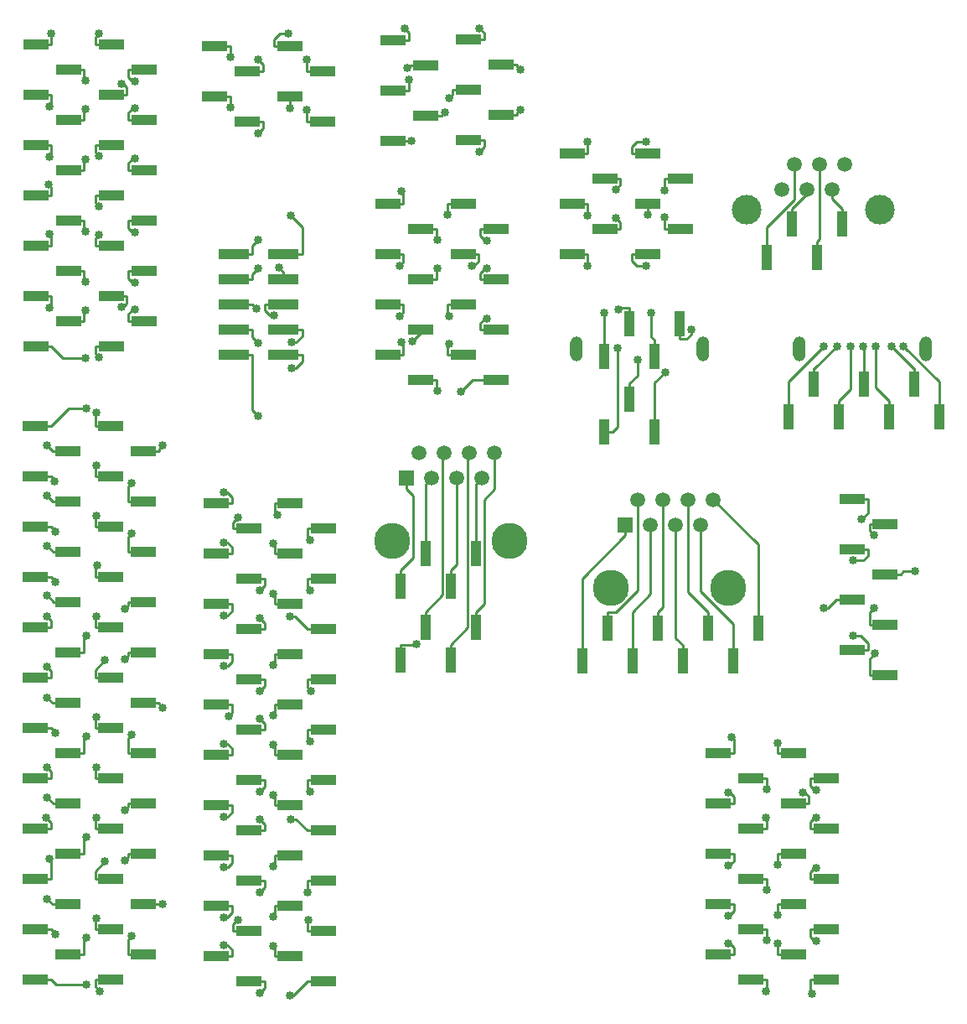
<source format=gbl>
%MOIN*%
%OFA0B0*%
%FSLAX46Y46*%
%IPPOS*%
%LPD*%
%ADD10C,0.0039370078740157488*%
%ADD21C,0.0039370078740157488*%
%ADD22R,0.098818897637795278X0.03937007874015748*%
%ADD23C,0.033464566929133861*%
%ADD24C,0.00984251968503937*%
%ADD25C,0.0039370078740157488*%
%ADD26R,0.12401574803149606X0.03937007874015748*%
%ADD27C,0.033464566929133861*%
%ADD28C,0.00984251968503937*%
%ADD29C,0.0039370078740157488*%
%ADD30R,0.098818897637795278X0.03937007874015748*%
%ADD31C,0.033464566929133861*%
%ADD32C,0.00984251968503937*%
%ADD33C,0.0039370078740157488*%
%ADD34R,0.098818897637795278X0.03937007874015748*%
%ADD35C,0.033464566929133861*%
%ADD36C,0.00984251968503937*%
%ADD37C,0.0039370078740157488*%
%ADD38R,0.098818897637795278X0.03937007874015748*%
%ADD39C,0.033464566929133861*%
%ADD40C,0.00984251968503937*%
%ADD41C,0.0039370078740157488*%
%ADD42R,0.098818897637795278X0.03937007874015748*%
%ADD43C,0.033464566929133861*%
%ADD44C,0.00984251968503937*%
%ADD45C,0.0039370078740157488*%
%ADD46R,0.098818897637795278X0.03937007874015748*%
%ADD47C,0.033464566929133861*%
%ADD48C,0.00984251968503937*%
%ADD49C,0.0039370078740157488*%
%ADD50R,0.098818897637795278X0.03937007874015748*%
%ADD51C,0.033464566929133861*%
%ADD52C,0.00984251968503937*%
%ADD53C,0.0039370078740157488*%
%ADD54R,0.098818897637795278X0.03937007874015748*%
%ADD55C,0.033464566929133861*%
%ADD56C,0.00984251968503937*%
%ADD57C,0.0039370078740157488*%
%ADD58R,0.098818897637795278X0.03937007874015748*%
%ADD59C,0.033464566929133861*%
%ADD60C,0.00984251968503937*%
%ADD61C,0.0039370078740157488*%
%ADD62C,0.059842519685039376*%
%ADD63C,0.11811023622047245*%
%ADD64R,0.03937007874015748X0.098818897637795278*%
%ADD65C,0.00984251968503937*%
%ADD66C,0.0039370078740157488*%
%ADD67C,0.1437007874015748*%
%ADD68R,0.059055118110236227X0.059055118110236227*%
%ADD69C,0.059055118110236227*%
%ADD70R,0.03937007874015748X0.098818897637795278*%
%ADD71C,0.00984251968503937*%
%ADD72C,0.0039370078740157488*%
%ADD73C,0.1437007874015748*%
%ADD74R,0.059055118110236227X0.059055118110236227*%
%ADD75C,0.059055118110236227*%
%ADD76R,0.03937007874015748X0.098818897637795278*%
%ADD77C,0.033464566929133861*%
%ADD78C,0.00984251968503937*%
%ADD79C,0.0039370078740157488*%
%ADD80R,0.03937007874015748X0.098818897637795278*%
%ADD81O,0.05X0.1*%
%ADD82C,0.033464566929133861*%
%ADD83C,0.00984251968503937*%
%ADD84C,0.0039370078740157488*%
%ADD85R,0.03937007874015748X0.098818897637795278*%
%ADD86O,0.05X0.1*%
%ADD87C,0.033464566929133861*%
%ADD88C,0.00984251968503937*%
G01G01*
D10*
G04 next file*
G04 #@! TF.FileFunction,Copper,L2,Bot,Signal*
G04 Gerber Fmt 4.6, Leading zero omitted, Abs format (unit mm)*
G04 Created by KiCad (PCBNEW 4.0.7-e2-6376~58~ubuntu16.04.1) date Sat Jan 13 09:32:06 2018*
G01G01*
G04 APERTURE LIST*
G04 APERTURE END LIST*
D21*
D22*
X-0002440944Y0005807086D02*
X0003474212Y0001912086D03*
X0003474212Y0001712086D03*
X0003474212Y0001512086D03*
X0003474212Y0001312086D03*
X0003343897Y0002012086D03*
X0003343897Y0001812086D03*
X0003343897Y0001612086D03*
X0003343897Y0001412086D03*
D23*
X0003430145Y0001867161D03*
X0003592397Y0001723070D03*
X0003430145Y0001578370D03*
X0003434212Y0001397043D03*
X0003380956Y0001930275D03*
X0003345570Y0001767578D03*
X0003231326Y0001578464D03*
X0003345570Y0001467578D03*
D24*
X0003474212Y0001912086D02*
X0003411996Y0001912086D01*
X0003411996Y0001885311D02*
X0003430145Y0001867161D01*
X0003411996Y0001912086D02*
X0003411996Y0001885311D01*
X0003547413Y0001723070D02*
X0003592397Y0001723070D01*
X0003536429Y0001712086D02*
X0003547413Y0001723070D01*
X0003474212Y0001712086D02*
X0003536429Y0001712086D01*
X0003474212Y0001512086D02*
X0003411996Y0001512086D01*
X0003411996Y0001560220D02*
X0003430145Y0001578370D01*
X0003411996Y0001512086D02*
X0003411996Y0001560220D01*
X0003474212Y0001312086D02*
X0003411996Y0001312086D01*
X0003411996Y0001374826D02*
X0003434212Y0001397043D01*
X0003411996Y0001312086D02*
X0003411996Y0001374826D01*
X0003343897Y0002012086D02*
X0003406114Y0002012086D01*
X0003406114Y0001955433D02*
X0003380956Y0001930275D01*
X0003406114Y0002012086D02*
X0003406114Y0001955433D01*
X0003406114Y0001785311D02*
X0003406114Y0001812086D01*
X0003388381Y0001767578D02*
X0003406114Y0001785311D01*
X0003345570Y0001767578D02*
X0003388381Y0001767578D01*
X0003343897Y0001812086D02*
X0003406114Y0001812086D01*
X0003343897Y0001612086D02*
X0003281681Y0001612086D01*
X0003248059Y0001578464D02*
X0003231326Y0001578464D01*
X0003281681Y0001612086D02*
X0003248059Y0001578464D01*
X0003406114Y0001439000D02*
X0003406114Y0001412086D01*
X0003377535Y0001467578D02*
X0003406114Y0001439000D01*
X0003345570Y0001467578D02*
X0003377535Y0001467578D01*
X0003343897Y0001412086D02*
X0003406114Y0001412086D01*
G04 next file*
G04 #@! TF.FileFunction,Copper,L2,Bot,Signal*
G04 Gerber Fmt 4.6, Leading zero omitted, Abs format (unit mm)*
G04 Created by KiCad (PCBNEW 4.0.7-e2-6376~58~ubuntu16.04.1) date Sat Jan 13 09:35:41 2018*
G01G01*
G04 APERTURE LIST*
G04 APERTURE END LIST*
D25*
D26*
X-0004862204Y0006870078D02*
X0001081614Y0002985078D03*
X0000882795Y0002985078D03*
X0001081614Y0002885078D03*
X0000882795Y0002885078D03*
X0001081614Y0002785078D03*
X0000882795Y0002785078D03*
X0001081614Y0002685078D03*
X0000882795Y0002685078D03*
X0001081614Y0002585078D03*
X0000882795Y0002585078D03*
D27*
X0000981350Y0003041527D03*
X0000981350Y0002928279D03*
X0000973724Y0002766771D03*
X0000981350Y0002629610D03*
X0000981350Y0002341929D03*
X0001111665Y0003137425D03*
X0001062039Y0002929464D03*
X0001042696Y0002739858D03*
X0001113677Y0002634066D03*
X0001112196Y0002531181D03*
D28*
X0000957610Y0003017787D02*
X0000981350Y0003041527D01*
X0000957610Y0002985078D02*
X0000957610Y0003017787D01*
X0000882795Y0002985078D02*
X0000957610Y0002985078D01*
X0000882795Y0002885078D02*
X0000957610Y0002885078D01*
X0000957610Y0002904539D02*
X0000981350Y0002928279D01*
X0000957610Y0002885078D02*
X0000957610Y0002904539D01*
X0000957610Y0002782885D02*
X0000973724Y0002766771D01*
X0000957610Y0002785078D02*
X0000957610Y0002782885D01*
X0000882795Y0002785078D02*
X0000957610Y0002785078D01*
X0000882795Y0002685078D02*
X0000957610Y0002685078D01*
X0000957610Y0002653350D02*
X0000981350Y0002629610D01*
X0000957610Y0002685078D02*
X0000957610Y0002653350D01*
X0000957610Y0002365669D02*
X0000981350Y0002341929D01*
X0000957610Y0002585078D02*
X0000957610Y0002365669D01*
X0000882795Y0002585078D02*
X0000957610Y0002585078D01*
X0001156429Y0003092661D02*
X0001111665Y0003137425D01*
X0001156429Y0002985078D02*
X0001156429Y0003092661D01*
X0001081614Y0002985078D02*
X0001156429Y0002985078D01*
X0001081614Y0002909889D02*
X0001062039Y0002929464D01*
X0001081614Y0002885078D02*
X0001081614Y0002909889D01*
X0001081614Y0002785078D02*
X0001006799Y0002785078D01*
X0001026763Y0002739858D02*
X0001042696Y0002739858D01*
X0001006799Y0002759822D02*
X0001026763Y0002739858D01*
X0001006799Y0002785078D02*
X0001006799Y0002759822D01*
X0001081614Y0002685078D02*
X0001156429Y0002685078D01*
X0001131622Y0002634066D02*
X0001113677Y0002634066D01*
X0001156429Y0002658874D02*
X0001131622Y0002634066D01*
X0001156429Y0002685078D02*
X0001156429Y0002658874D01*
X0001128787Y0002531181D02*
X0001112196Y0002531181D01*
X0001156429Y0002558822D02*
X0001128787Y0002531181D01*
X0001156429Y0002585078D02*
X0001156429Y0002558822D01*
X0001081614Y0002585078D02*
X0001156429Y0002585078D01*
G04 next file*
G04 #@! TF.FileFunction,Copper,L2,Bot,Signal*
G04 Gerber Fmt 4.6, Leading zero omitted, Abs format (unit mm)*
G04 Created by KiCad (PCBNEW 4.0.7-e2-6376~58~ubuntu16.04.1) date Sat Jan 13 09:37:07 2018*
G01G01*
G04 APERTURE LIST*
G04 APERTURE END LIST*
D29*
D30*
X-0005157480Y0007795275D02*
X0000937519Y0003711259D03*
X0000937519Y0003511259D03*
X0000807204Y0003811259D03*
X0000807204Y0003611259D03*
X0001237519Y0003710275D03*
X0001237519Y0003510275D03*
X0001107204Y0003810275D03*
X0001107204Y0003610275D03*
D31*
X0000979751Y0003756244D03*
X0000979921Y0003465964D03*
X0000869421Y0003766401D03*
X0000869421Y0003566228D03*
X0001099755Y0003859877D03*
X0001175303Y0003756531D03*
X0001107204Y0003565759D03*
X0001175303Y0003556145D03*
D32*
X0000937519Y0003711259D02*
X0000999736Y0003711259D01*
X0000999736Y0003736259D02*
X0000979751Y0003756244D01*
X0000999736Y0003711259D02*
X0000999736Y0003736259D01*
X0000937519Y0003511259D02*
X0000999736Y0003511259D01*
X0000999736Y0003485779D02*
X0000979921Y0003465964D01*
X0000999736Y0003511259D02*
X0000999736Y0003485779D01*
X0000807204Y0003811259D02*
X0000869421Y0003811259D01*
X0000869421Y0003811259D02*
X0000869421Y0003766401D01*
X0000807204Y0003611259D02*
X0000869421Y0003611259D01*
X0000869421Y0003611259D02*
X0000869421Y0003566228D01*
X0001099755Y0003859874D02*
X0001099755Y0003859877D01*
X0001068240Y0003859874D02*
X0001099755Y0003859874D01*
X0001044988Y0003836622D02*
X0001068240Y0003859874D01*
X0001044988Y0003810275D02*
X0001044988Y0003836622D01*
X0001107204Y0003810275D02*
X0001044988Y0003810275D01*
X0001237519Y0003710275D02*
X0001175303Y0003710275D01*
X0001175303Y0003710275D02*
X0001175303Y0003756531D01*
X0001107204Y0003610275D02*
X0001107204Y0003565759D01*
X0001237519Y0003510275D02*
X0001175303Y0003510275D01*
X0001175303Y0003556145D02*
X0001175303Y0003510275D01*
G04 next file*
G04 #@! TF.FileFunction,Copper,L2,Bot,Signal*
G04 Gerber Fmt 4.6, Leading zero omitted, Abs format (unit mm)*
G04 Created by KiCad (PCBNEW 4.0.7-e2-6376~58~ubuntu16.04.1) date Sat Jan 13 09:41:55 2018*
G01G01*
G04 APERTURE LIST*
G04 APERTURE END LIST*
D33*
D34*
X-0003602362Y0007775590D02*
X0001647952Y0003735590D03*
X0001647952Y0003535590D03*
X0001517637Y0003835590D03*
X0001517637Y0003635590D03*
X0001517637Y0003435590D03*
X0001947637Y0003736574D03*
X0001947637Y0003536574D03*
X0001817322Y0003836574D03*
X0001817322Y0003636574D03*
X0001817322Y0003436574D03*
D35*
X0001572779Y0003725657D03*
X0001724255Y0003547031D03*
X0001563173Y0003880082D03*
X0001579854Y0003677740D03*
X0001591700Y0003435291D03*
X0001861236Y0003881173D03*
X0002022145Y0003716811D03*
X0001741409Y0003602870D03*
X0002022145Y0003559330D03*
X0001859755Y0003391350D03*
D36*
X0001647952Y0003735590D02*
X0001585736Y0003735590D01*
X0001582712Y0003735590D02*
X0001572779Y0003725657D01*
X0001585736Y0003735590D02*
X0001582712Y0003735590D01*
X0001721610Y0003547031D02*
X0001724255Y0003547031D01*
X0001710169Y0003535590D02*
X0001721610Y0003547031D01*
X0001647952Y0003535590D02*
X0001710169Y0003535590D01*
X0001517637Y0003835590D02*
X0001579854Y0003835590D01*
X0001579854Y0003863401D02*
X0001563173Y0003880082D01*
X0001579854Y0003835590D02*
X0001579854Y0003863401D01*
X0001517637Y0003635590D02*
X0001579854Y0003635590D01*
X0001579854Y0003635590D02*
X0001579854Y0003677740D01*
X0001591401Y0003435590D02*
X0001591700Y0003435291D01*
X0001517637Y0003435590D02*
X0001591401Y0003435590D01*
X0001817322Y0003836574D02*
X0001879539Y0003836574D01*
X0001879539Y0003862870D02*
X0001861236Y0003881173D01*
X0001879539Y0003836574D02*
X0001879539Y0003862870D01*
X0002009854Y0003729102D02*
X0002022145Y0003716811D01*
X0002009854Y0003736574D02*
X0002009854Y0003729102D01*
X0001947637Y0003736574D02*
X0002009854Y0003736574D01*
X0001755106Y0003616566D02*
X0001755106Y0003636574D01*
X0001741409Y0003602870D02*
X0001755106Y0003616566D01*
X0001817322Y0003636574D02*
X0001755106Y0003636574D01*
X0002009854Y0003547039D02*
X0002022145Y0003559330D01*
X0002009854Y0003536574D02*
X0002009854Y0003547039D01*
X0001947637Y0003536574D02*
X0002009854Y0003536574D01*
X0001817322Y0003436574D02*
X0001879539Y0003436574D01*
X0001879539Y0003411133D02*
X0001859755Y0003391350D01*
X0001879539Y0003436574D02*
X0001879539Y0003411133D01*
G04 next file*
G04 #@! TF.FileFunction,Copper,L2,Bot,Signal*
G04 Gerber Fmt 4.6, Leading zero omitted, Abs format (unit mm)*
G04 Created by KiCad (PCBNEW 4.0.7-e2-6376~58~ubuntu16.04.1) date Sat Jan 13 09:41:31 2018*
G01G01*
G04 APERTURE LIST*
G04 APERTURE END LIST*
D37*
D38*
X-0002125984Y0007224409D02*
X0002359330Y0003284409D03*
X0002359330Y0003084409D03*
X0002229015Y0003384409D03*
X0002229015Y0003184409D03*
X0002229015Y0002984409D03*
X0002659330Y0003284409D03*
X0002659330Y0003084409D03*
X0002529015Y0003384409D03*
X0002529015Y0003184409D03*
X0002529015Y0002984409D03*
D39*
X0002402208Y0003240078D03*
X0002402728Y0003128814D03*
X0002291232Y0003429535D03*
X0002291232Y0003138992D03*
X0002291232Y0002939283D03*
X0002523129Y0003430732D03*
X0002597114Y0003238992D03*
X0002529015Y0003139562D03*
X0002597114Y0003129826D03*
X0002523129Y0002938086D03*
D40*
X0002359330Y0003284409D02*
X0002421547Y0003284409D01*
X0002421547Y0003259417D02*
X0002402208Y0003240078D01*
X0002421547Y0003284409D02*
X0002421547Y0003259417D01*
X0002359330Y0003084409D02*
X0002421547Y0003084409D01*
X0002421547Y0003109996D02*
X0002402728Y0003128814D01*
X0002421547Y0003084409D02*
X0002421547Y0003109996D01*
X0002229015Y0003384409D02*
X0002291232Y0003384409D01*
X0002291232Y0003429535D02*
X0002291232Y0003384409D01*
X0002229015Y0003184409D02*
X0002291232Y0003184409D01*
X0002291232Y0003184409D02*
X0002291232Y0003138992D01*
X0002229015Y0002984409D02*
X0002291232Y0002984409D01*
X0002291232Y0002939283D02*
X0002291232Y0002984409D01*
X0002523129Y0003430728D02*
X0002523129Y0003430732D01*
X0002487842Y0003430728D02*
X0002523129Y0003430728D01*
X0002466799Y0003409685D02*
X0002487842Y0003430728D01*
X0002466799Y0003384409D02*
X0002466799Y0003409685D01*
X0002529015Y0003384409D02*
X0002466799Y0003384409D01*
X0002659330Y0003284409D02*
X0002597114Y0003284409D01*
X0002597114Y0003284409D02*
X0002597114Y0003238992D01*
X0002529015Y0003184409D02*
X0002529015Y0003139562D01*
X0002659330Y0003084409D02*
X0002597114Y0003084409D01*
X0002597114Y0003084409D02*
X0002597114Y0003129826D01*
X0002523129Y0002938090D02*
X0002523129Y0002938086D01*
X0002487842Y0002938090D02*
X0002523129Y0002938090D01*
X0002466799Y0002959133D02*
X0002487842Y0002938090D01*
X0002466799Y0002984409D02*
X0002466799Y0002959133D01*
X0002529015Y0002984409D02*
X0002466799Y0002984409D01*
G04 next file*
G04 #@! TF.FileFunction,Copper,L2,Bot,Signal*
G04 Gerber Fmt 4.6, Leading zero omitted, Abs format (unit mm)*
G04 Created by KiCad (PCBNEW 4.0.7-e2-6376~58~ubuntu16.04.1) date Sat Jan 13 09:42:42 2018*
G01G01*
G04 APERTURE LIST*
G04 APERTURE END LIST*
D41*
D42*
X-0004133858Y0006968503D02*
X0001626456Y0003083503D03*
X0001626456Y0002883503D03*
X0001626456Y0002683503D03*
X0001626456Y0002483503D03*
X0001496141Y0003183503D03*
X0001496141Y0002983503D03*
X0001496141Y0002783503D03*
X0001496141Y0002583503D03*
X0001926456Y0003083503D03*
X0001926456Y0002883503D03*
X0001926456Y0002683503D03*
X0001926456Y0002483503D03*
X0001796141Y0003183503D03*
X0001796141Y0002983503D03*
X0001796141Y0002783503D03*
X0001796141Y0002583503D03*
D43*
X0001692137Y0003041000D03*
X0001692137Y0002926011D03*
X0001592669Y0002638255D03*
X0001692137Y0002441023D03*
X0001549240Y0003235649D03*
X0001542507Y0002938188D03*
X0001542507Y0002738188D03*
X0001549240Y0002635192D03*
X0001732873Y0003142480D03*
X0001890956Y0003038196D03*
X0001830488Y0002938287D03*
X0001890956Y0002928578D03*
X0001741326Y0002739011D03*
X0001890956Y0002728811D03*
X0001741326Y0002628393D03*
X0001786618Y0002437519D03*
D44*
X0001626456Y0003083503D02*
X0001688673Y0003083503D01*
X0001688673Y0003044464D02*
X0001692137Y0003041000D01*
X0001688673Y0003083503D02*
X0001688673Y0003044464D01*
X0001626456Y0002883503D02*
X0001688673Y0002883503D01*
X0001688673Y0002922547D02*
X0001692137Y0002926011D01*
X0001688673Y0002883503D02*
X0001688673Y0002922547D01*
X0001626456Y0002672043D02*
X0001592669Y0002638255D01*
X0001626456Y0002683503D02*
X0001626456Y0002672043D01*
X0001626456Y0002483503D02*
X0001688673Y0002483503D01*
X0001688673Y0002444488D02*
X0001692137Y0002441023D01*
X0001688673Y0002483503D02*
X0001688673Y0002444488D01*
X0001558358Y0003226531D02*
X0001558358Y0003183503D01*
X0001549240Y0003235649D02*
X0001558358Y0003226531D01*
X0001496141Y0003183503D02*
X0001558358Y0003183503D01*
X0001496141Y0002983503D02*
X0001558358Y0002983503D01*
X0001558358Y0002954039D02*
X0001542507Y0002938188D01*
X0001558358Y0002983503D02*
X0001558358Y0002954039D01*
X0001496141Y0002783503D02*
X0001558358Y0002783503D01*
X0001558358Y0002754039D02*
X0001542507Y0002738188D01*
X0001558358Y0002783503D02*
X0001558358Y0002754039D01*
X0001558358Y0002626074D02*
X0001558358Y0002583503D01*
X0001549240Y0002635192D02*
X0001558358Y0002626074D01*
X0001496141Y0002583503D02*
X0001558358Y0002583503D01*
X0001732873Y0003182452D02*
X0001733925Y0003183503D01*
X0001732873Y0003142480D02*
X0001732873Y0003182452D01*
X0001796141Y0003183503D02*
X0001733925Y0003183503D01*
X0001926456Y0003083503D02*
X0001864240Y0003083503D01*
X0001882519Y0003038196D02*
X0001890956Y0003038196D01*
X0001864240Y0003056476D02*
X0001882519Y0003038196D01*
X0001864240Y0003083503D02*
X0001864240Y0003056476D01*
X0001858358Y0002957980D02*
X0001858358Y0002983503D01*
X0001838665Y0002938287D02*
X0001858358Y0002957980D01*
X0001830488Y0002938287D02*
X0001838665Y0002938287D01*
X0001796141Y0002983503D02*
X0001858358Y0002983503D01*
X0001926456Y0002883503D02*
X0001864240Y0002883503D01*
X0001883570Y0002928578D02*
X0001890956Y0002928578D01*
X0001864240Y0002909248D02*
X0001883570Y0002928578D01*
X0001864240Y0002883503D02*
X0001864240Y0002909248D01*
X0001733925Y0002746413D02*
X0001741326Y0002739011D01*
X0001733925Y0002783503D02*
X0001733925Y0002746413D01*
X0001796141Y0002783503D02*
X0001733925Y0002783503D01*
X0001926456Y0002683503D02*
X0001864240Y0002683503D01*
X0001882519Y0002728811D02*
X0001890956Y0002728811D01*
X0001864240Y0002710531D02*
X0001882519Y0002728811D01*
X0001864240Y0002683503D02*
X0001864240Y0002710531D01*
X0001733925Y0002620992D02*
X0001741326Y0002628393D01*
X0001733925Y0002583503D02*
X0001733925Y0002620992D01*
X0001796141Y0002583503D02*
X0001733925Y0002583503D01*
X0001832602Y0002483503D02*
X0001786618Y0002437519D01*
X0001926456Y0002483503D02*
X0001832602Y0002483503D01*
G04 next file*
G04 #@! TF.FileFunction,Copper,L2,Bot,Signal*
G04 Gerber Fmt 4.6, Leading zero omitted, Abs format (unit mm)*
G04 Created by KiCad (PCBNEW 4.0.7-e2-6376~58~ubuntu16.04.1) date Sat Jan 13 09:44:16 2018*
G01G01*
G04 APERTURE LIST*
G04 APERTURE END LIST*
D45*
D46*
X-0002814960Y0004685039D02*
X0002940354Y0000900039D03*
X0002940354Y0000700039D03*
X0002940354Y0000500039D03*
X0002940354Y0000300039D03*
X0002940354Y0000100039D03*
X0002810039Y0001000039D03*
X0002810039Y0000800039D03*
X0002810039Y0000600039D03*
X0002810039Y0000400039D03*
X0002810039Y0000200039D03*
X0003240039Y0000900039D03*
X0003240039Y0000700039D03*
X0003240039Y0000500039D03*
X0003240039Y0000300039D03*
X0003240039Y0000100039D03*
X0003109724Y0001000039D03*
X0003109724Y0000800039D03*
X0003109724Y0000600039D03*
X0003109724Y0000400039D03*
X0003109724Y0000200039D03*
D47*
X0003002570Y0000857799D03*
X0002999854Y0000744436D03*
X0003002570Y0000457409D03*
X0003002570Y0000257799D03*
X0002999854Y0000055736D03*
X0002863677Y0001064685D03*
X0002850224Y0000845350D03*
X0002850224Y0000554732D03*
X0002850224Y0000355665D03*
X0002850224Y0000245350D03*
X0003047507Y0001041980D03*
X0003198673Y0000854728D03*
X0003147362Y0000845066D03*
X0003198673Y0000745350D03*
X0003047507Y0000557070D03*
X0003198673Y0000545350D03*
X0003047507Y0000357133D03*
X0003198673Y0000254728D03*
X0003047507Y0000243007D03*
X0003183314Y0000045393D03*
D48*
X0002940354Y0000900039D02*
X0003002570Y0000900039D01*
X0003002570Y0000900039D02*
X0003002570Y0000857799D01*
X0003002570Y0000741720D02*
X0002999854Y0000744436D01*
X0003002570Y0000700039D02*
X0003002570Y0000741720D01*
X0002940354Y0000700039D02*
X0003002570Y0000700039D01*
X0002940354Y0000500039D02*
X0003002570Y0000500039D01*
X0003002570Y0000500039D02*
X0003002570Y0000457409D01*
X0002940354Y0000300039D02*
X0003002570Y0000300039D01*
X0003002570Y0000300039D02*
X0003002570Y0000257799D01*
X0003002570Y0000058452D02*
X0002999854Y0000055736D01*
X0003002570Y0000100039D02*
X0003002570Y0000058452D01*
X0002940354Y0000100039D02*
X0003002570Y0000100039D01*
X0002872255Y0001056106D02*
X0002872255Y0001000039D01*
X0002863677Y0001064685D02*
X0002872255Y0001056106D01*
X0002810039Y0001000039D02*
X0002872255Y0001000039D01*
X0002810039Y0000800039D02*
X0002872255Y0000800039D01*
X0002855350Y0000845350D02*
X0002850224Y0000845350D01*
X0002872255Y0000828444D02*
X0002855350Y0000845350D01*
X0002872255Y0000800039D02*
X0002872255Y0000828444D01*
X0002810039Y0000600039D02*
X0002872255Y0000600039D01*
X0002854440Y0000554732D02*
X0002850224Y0000554732D01*
X0002872255Y0000572547D02*
X0002854440Y0000554732D01*
X0002872255Y0000600039D02*
X0002872255Y0000572547D01*
X0002810039Y0000400039D02*
X0002872255Y0000400039D01*
X0002854413Y0000355665D02*
X0002850224Y0000355665D01*
X0002872255Y0000373507D02*
X0002854413Y0000355665D01*
X0002872255Y0000400039D02*
X0002872255Y0000373507D01*
X0002810039Y0000200039D02*
X0002872255Y0000200039D01*
X0002855350Y0000245350D02*
X0002850224Y0000245350D01*
X0002872255Y0000228444D02*
X0002855350Y0000245350D01*
X0002872255Y0000200039D02*
X0002872255Y0000228444D01*
X0003109724Y0001000039D02*
X0003047507Y0001000039D01*
X0003047507Y0001000039D02*
X0003047507Y0001041980D01*
X0003240039Y0000900039D02*
X0003177822Y0000900039D01*
X0003194728Y0000854728D02*
X0003198673Y0000854728D01*
X0003177822Y0000871633D02*
X0003194728Y0000854728D01*
X0003177822Y0000900039D02*
X0003177822Y0000871633D01*
X0003109724Y0000800039D02*
X0003171940Y0000800039D01*
X0003155346Y0000845066D02*
X0003147362Y0000845066D01*
X0003171940Y0000828472D02*
X0003155346Y0000845066D01*
X0003171940Y0000800039D02*
X0003171940Y0000828472D01*
X0003240039Y0000700039D02*
X0003177822Y0000700039D01*
X0003194728Y0000745350D02*
X0003198673Y0000745350D01*
X0003177822Y0000728444D02*
X0003194728Y0000745350D01*
X0003177822Y0000700039D02*
X0003177822Y0000728444D01*
X0003109724Y0000600039D02*
X0003047507Y0000600039D01*
X0003047507Y0000600039D02*
X0003047507Y0000557070D01*
X0003240039Y0000500039D02*
X0003177822Y0000500039D01*
X0003194728Y0000545350D02*
X0003198673Y0000545350D01*
X0003177822Y0000528444D02*
X0003194728Y0000545350D01*
X0003177822Y0000500039D02*
X0003177822Y0000528444D01*
X0003109724Y0000400039D02*
X0003047507Y0000400039D01*
X0003047507Y0000400039D02*
X0003047507Y0000357133D01*
X0003240039Y0000300039D02*
X0003177822Y0000300039D01*
X0003194728Y0000254728D02*
X0003198673Y0000254728D01*
X0003177822Y0000271633D02*
X0003194728Y0000254728D01*
X0003177822Y0000300039D02*
X0003177822Y0000271633D01*
X0003109724Y0000200039D02*
X0003047507Y0000200039D01*
X0003047507Y0000200039D02*
X0003047507Y0000243007D01*
X0003177822Y0000050885D02*
X0003177822Y0000100039D01*
X0003183314Y0000045393D02*
X0003177822Y0000050885D01*
X0003240039Y0000100039D02*
X0003177822Y0000100039D01*
G04 next file*
G04 #@! TF.FileFunction,Copper,L2,Bot,Signal*
G04 Gerber Fmt 4.6, Leading zero omitted, Abs format (unit mm)*
G04 Created by KiCad (PCBNEW 4.0.7-e2-6376~58~ubuntu16.04.1) date Sat Jan 13 09:58:48 2018*
G01G01*
G04 APERTURE LIST*
G04 APERTURE END LIST*
D49*
D50*
X-0006003937Y0007342519D02*
X0000526377Y0003717519D03*
X0000526377Y0003517519D03*
X0000526377Y0003317519D03*
X0000526377Y0003117519D03*
X0000526377Y0002917519D03*
X0000526377Y0002717519D03*
X0000396062Y0003817519D03*
X0000396062Y0003617519D03*
X0000396062Y0003417519D03*
X0000396062Y0003217519D03*
X0000396062Y0003017519D03*
X0000396062Y0002817519D03*
X0000396062Y0002617519D03*
X0000226377Y0003717519D03*
X0000226377Y0003517519D03*
X0000226377Y0003317519D03*
X0000226377Y0003117519D03*
X0000226377Y0002917519D03*
X0000226377Y0002717519D03*
X0000096062Y0003817519D03*
X0000096062Y0003617519D03*
X0000096062Y0003417519D03*
X0000096062Y0003217519D03*
X0000096062Y0003017519D03*
X0000096062Y0002817519D03*
X0000096062Y0002617519D03*
D51*
X0000491350Y0003672208D03*
X0000491350Y0003562830D03*
X0000491350Y0003362830D03*
X0000491350Y0003072208D03*
X0000491350Y0002872208D03*
X0000491350Y0002762830D03*
X0000347625Y0003862271D03*
X0000438346Y0003661917D03*
X0000347625Y0003373129D03*
X0000347625Y0003173023D03*
X0000347625Y0003061909D03*
X0000438346Y0002773122D03*
X0000347625Y0002572767D03*
X0000158279Y0003861980D03*
X0000292925Y0003674484D03*
X0000149200Y0003572204D03*
X0000292925Y0003559350D03*
X0000149200Y0003372204D03*
X0000292925Y0003359350D03*
X0000147834Y0003261885D03*
X0000292925Y0003075692D03*
X0000149200Y0003062834D03*
X0000292925Y0002874653D03*
X0000149200Y0002772204D03*
X0000292925Y0002759350D03*
X0000292925Y0002572551D03*
D52*
X0000526377Y0003717519D02*
X0000464161Y0003717519D01*
X0000481283Y0003672208D02*
X0000491350Y0003672208D01*
X0000464161Y0003689330D02*
X0000481283Y0003672208D01*
X0000464161Y0003717519D02*
X0000464161Y0003689330D01*
X0000526377Y0003517519D02*
X0000464161Y0003517519D01*
X0000481283Y0003562830D02*
X0000491350Y0003562830D01*
X0000464161Y0003545708D02*
X0000481283Y0003562830D01*
X0000464161Y0003517519D02*
X0000464161Y0003545708D01*
X0000526377Y0003317519D02*
X0000464161Y0003317519D01*
X0000481283Y0003362830D02*
X0000491350Y0003362830D01*
X0000464161Y0003345708D02*
X0000481283Y0003362830D01*
X0000464161Y0003317519D02*
X0000464161Y0003345708D01*
X0000526377Y0003117519D02*
X0000464161Y0003117519D01*
X0000481283Y0003072208D02*
X0000491350Y0003072208D01*
X0000464161Y0003089330D02*
X0000481283Y0003072208D01*
X0000464161Y0003117519D02*
X0000464161Y0003089330D01*
X0000526377Y0002917519D02*
X0000464161Y0002917519D01*
X0000481283Y0002872208D02*
X0000491350Y0002872208D01*
X0000464161Y0002889330D02*
X0000481283Y0002872208D01*
X0000464161Y0002917519D02*
X0000464161Y0002889330D01*
X0000526377Y0002717519D02*
X0000464161Y0002717519D01*
X0000481283Y0002762830D02*
X0000491350Y0002762830D01*
X0000464161Y0002745708D02*
X0000481283Y0002762830D01*
X0000464161Y0002717519D02*
X0000464161Y0002745708D01*
X0000333846Y0003848492D02*
X0000347625Y0003862271D01*
X0000333846Y0003817519D02*
X0000333846Y0003848492D01*
X0000396062Y0003817519D02*
X0000333846Y0003817519D01*
X0000396062Y0003617519D02*
X0000458279Y0003617519D01*
X0000442393Y0003661917D02*
X0000438346Y0003661917D01*
X0000458279Y0003646031D02*
X0000442393Y0003661917D01*
X0000458279Y0003617519D02*
X0000458279Y0003646031D01*
X0000333846Y0003386909D02*
X0000347625Y0003373129D01*
X0000333846Y0003417519D02*
X0000333846Y0003386909D01*
X0000396062Y0003417519D02*
X0000333846Y0003417519D01*
X0000333846Y0003186803D02*
X0000347625Y0003173023D01*
X0000333846Y0003217519D02*
X0000333846Y0003186803D01*
X0000396062Y0003217519D02*
X0000333846Y0003217519D01*
X0000333846Y0003048129D02*
X0000347625Y0003061909D01*
X0000333846Y0003017519D02*
X0000333846Y0003048129D01*
X0000396062Y0003017519D02*
X0000333846Y0003017519D01*
X0000396062Y0002817519D02*
X0000458279Y0002817519D01*
X0000442393Y0002773122D02*
X0000438346Y0002773122D01*
X0000458279Y0002789007D02*
X0000442393Y0002773122D01*
X0000458279Y0002817519D02*
X0000458279Y0002789007D01*
X0000333846Y0002586547D02*
X0000347625Y0002572767D01*
X0000333846Y0002617519D02*
X0000333846Y0002586547D01*
X0000396062Y0002617519D02*
X0000333846Y0002617519D01*
X0000096062Y0003817519D02*
X0000158279Y0003817519D01*
X0000158279Y0003861980D02*
X0000158279Y0003817519D01*
X0000226377Y0003717519D02*
X0000288594Y0003717519D01*
X0000288594Y0003678814D02*
X0000292925Y0003674484D01*
X0000288594Y0003717519D02*
X0000288594Y0003678814D01*
X0000096062Y0003617519D02*
X0000158279Y0003617519D01*
X0000158279Y0003581283D02*
X0000149200Y0003572204D01*
X0000158279Y0003617519D02*
X0000158279Y0003581283D01*
X0000226377Y0003517519D02*
X0000288594Y0003517519D01*
X0000288594Y0003555019D02*
X0000292925Y0003559350D01*
X0000288594Y0003517519D02*
X0000288594Y0003555019D01*
X0000096062Y0003417519D02*
X0000158279Y0003417519D01*
X0000158279Y0003381283D02*
X0000149200Y0003372204D01*
X0000158279Y0003417519D02*
X0000158279Y0003381283D01*
X0000226377Y0003317519D02*
X0000288594Y0003317519D01*
X0000288594Y0003355019D02*
X0000292925Y0003359350D01*
X0000288594Y0003317519D02*
X0000288594Y0003355019D01*
X0000158279Y0003251440D02*
X0000147834Y0003261885D01*
X0000158279Y0003217519D02*
X0000158279Y0003251440D01*
X0000096062Y0003217519D02*
X0000158279Y0003217519D01*
X0000226377Y0003117519D02*
X0000288594Y0003117519D01*
X0000288594Y0003080023D02*
X0000292925Y0003075692D01*
X0000288594Y0003117519D02*
X0000288594Y0003080023D01*
X0000096062Y0003017519D02*
X0000158279Y0003017519D01*
X0000158279Y0003053755D02*
X0000149200Y0003062834D01*
X0000158279Y0003017519D02*
X0000158279Y0003053755D01*
X0000226377Y0002917519D02*
X0000288594Y0002917519D01*
X0000288594Y0002878984D02*
X0000292925Y0002874653D01*
X0000288594Y0002917519D02*
X0000288594Y0002878984D01*
X0000096062Y0002817519D02*
X0000158279Y0002817519D01*
X0000158279Y0002781283D02*
X0000149200Y0002772204D01*
X0000158279Y0002817519D02*
X0000158279Y0002781283D01*
X0000226377Y0002717519D02*
X0000288594Y0002717519D01*
X0000288594Y0002755019D02*
X0000292925Y0002759350D01*
X0000288594Y0002717519D02*
X0000288594Y0002755019D01*
X0000096062Y0002617519D02*
X0000158279Y0002617519D01*
X0000203247Y0002572551D02*
X0000292925Y0002572551D01*
X0000158279Y0002617519D02*
X0000203247Y0002572551D01*
G04 next file*
G04 #@! TF.FileFunction,Copper,L2,Bot,Signal*
G04 Gerber Fmt 4.6, Leading zero omitted, Abs format (unit mm)*
G04 Created by KiCad (PCBNEW 4.0.7-e2-6376~58~ubuntu16.04.1) date Sat Jan 13 09:46:35 2018*
G01G01*
G04 APERTURE LIST*
G04 APERTURE END LIST*
D53*
D54*
X-0005236220Y0005177165D02*
X0001238779Y0001893149D03*
X0001238779Y0001693149D03*
X0001238779Y0001493149D03*
X0001238779Y0001293149D03*
X0001238779Y0001093149D03*
X0001238779Y0000893149D03*
X0001238779Y0000693149D03*
X0001238779Y0000493149D03*
X0001238779Y0000293149D03*
X0001238779Y0000093149D03*
X0001108464Y0001993149D03*
X0001108464Y0001793149D03*
X0001108464Y0001593149D03*
X0001108464Y0001393149D03*
X0001108464Y0001193149D03*
X0001108464Y0000993149D03*
X0001108464Y0000793149D03*
X0001108464Y0000593149D03*
X0001108464Y0000393149D03*
X0001108464Y0000193149D03*
X0000944094Y0001893149D03*
X0000944094Y0001693149D03*
X0000944094Y0001493149D03*
X0000944094Y0001293149D03*
X0000944094Y0001093149D03*
X0000944094Y0000893149D03*
X0000944094Y0000693149D03*
X0000944094Y0000493149D03*
X0000944094Y0000293149D03*
X0000944094Y0000093149D03*
X0000813779Y0001993149D03*
X0000813779Y0001793149D03*
X0000813779Y0001593149D03*
X0000813779Y0001393149D03*
X0000813779Y0001193149D03*
X0000813779Y0000993149D03*
X0000813779Y0000793149D03*
X0000813779Y0000593149D03*
X0000813779Y0000393149D03*
X0000813779Y0000193149D03*
D55*
X0001185641Y0001847834D03*
X0001185641Y0001647834D03*
X0001105393Y0001543149D03*
X0001189133Y0001247889D03*
X0001185641Y0001047834D03*
X0001185641Y0000847834D03*
X0001110633Y0000737909D03*
X0001177228Y0000448673D03*
X0001180933Y0000338220D03*
X0001105393Y0000038011D03*
X0001058574Y0001948728D03*
X0001041917Y0001834980D03*
X0001041917Y0001634980D03*
X0001041917Y0001351251D03*
X0001041917Y0001151377D03*
X0001041917Y0001034980D03*
X0001041917Y0000834980D03*
X0001041917Y0000551251D03*
X0001041917Y0000351307D03*
X0001041917Y0000234980D03*
X0000843492Y0002038342D03*
X0000900598Y0001937830D03*
X0000843492Y0001838460D03*
X0000987216Y0001647996D03*
X0000843492Y0001547838D03*
X0000987216Y0001537507D03*
X0000843492Y0001348543D03*
X0000987216Y0001248614D03*
X0000862181Y0001146633D03*
X0000987216Y0001137712D03*
X0000843492Y0001038460D03*
X0000987216Y0000847996D03*
X0000843492Y0000747838D03*
X0000987216Y0000737507D03*
X0000843492Y0000548543D03*
X0000987216Y0000448614D03*
X0000843492Y0000348787D03*
X0000901968Y0000337539D03*
X0000843492Y0000238460D03*
X0000987216Y0000048622D03*
D56*
X0001238779Y0001893149D02*
X0001176562Y0001893149D01*
X0001176562Y0001856913D02*
X0001185641Y0001847834D01*
X0001176562Y0001893149D02*
X0001176562Y0001856913D01*
X0001238779Y0001693149D02*
X0001176562Y0001693149D01*
X0001176562Y0001656913D02*
X0001185641Y0001647834D01*
X0001176562Y0001693149D02*
X0001176562Y0001656913D01*
X0001126562Y0001543149D02*
X0001176562Y0001493149D01*
X0001105393Y0001543149D02*
X0001126562Y0001543149D01*
X0001238779Y0001493149D02*
X0001176562Y0001493149D01*
X0001176562Y0001260460D02*
X0001189133Y0001247889D01*
X0001176562Y0001293149D02*
X0001176562Y0001260460D01*
X0001238779Y0001293149D02*
X0001176562Y0001293149D01*
X0001238779Y0001093149D02*
X0001176562Y0001093149D01*
X0001176562Y0001056913D02*
X0001185641Y0001047834D01*
X0001176562Y0001093149D02*
X0001176562Y0001056913D01*
X0001238779Y0000893149D02*
X0001176562Y0000893149D01*
X0001176562Y0000856913D02*
X0001185641Y0000847834D01*
X0001176562Y0000893149D02*
X0001176562Y0000856913D01*
X0001131803Y0000737909D02*
X0001110633Y0000737909D01*
X0001176562Y0000693149D02*
X0001131803Y0000737909D01*
X0001238779Y0000693149D02*
X0001176562Y0000693149D01*
X0001238779Y0000493149D02*
X0001176562Y0000493149D01*
X0001176562Y0000449338D02*
X0001177228Y0000448673D01*
X0001176562Y0000493149D02*
X0001176562Y0000449338D01*
X0001238779Y0000293149D02*
X0001176562Y0000293149D01*
X0001176562Y0000333850D02*
X0001180933Y0000338220D01*
X0001176562Y0000293149D02*
X0001176562Y0000333850D01*
X0001121425Y0000038011D02*
X0001176562Y0000093149D01*
X0001105393Y0000038011D02*
X0001121425Y0000038011D01*
X0001238779Y0000093149D02*
X0001176562Y0000093149D01*
X0001108464Y0001993149D02*
X0001046248Y0001993149D01*
X0001046248Y0001961055D02*
X0001058574Y0001948728D01*
X0001046248Y0001993149D02*
X0001046248Y0001961055D01*
X0001108464Y0001793149D02*
X0001046248Y0001793149D01*
X0001046248Y0001830649D02*
X0001041917Y0001834980D01*
X0001046248Y0001793149D02*
X0001046248Y0001830649D01*
X0001108464Y0001593149D02*
X0001046248Y0001593149D01*
X0001046248Y0001630649D02*
X0001041917Y0001634980D01*
X0001046248Y0001593149D02*
X0001046248Y0001630649D01*
X0001108464Y0001393149D02*
X0001046248Y0001393149D01*
X0001046248Y0001355582D02*
X0001041917Y0001351251D01*
X0001046248Y0001393149D02*
X0001046248Y0001355582D01*
X0001108464Y0001193149D02*
X0001046248Y0001193149D01*
X0001046248Y0001155708D02*
X0001041917Y0001151377D01*
X0001046248Y0001193149D02*
X0001046248Y0001155708D01*
X0001108464Y0000993149D02*
X0001046248Y0000993149D01*
X0001046248Y0001030649D02*
X0001041917Y0001034980D01*
X0001046248Y0000993149D02*
X0001046248Y0001030649D01*
X0001108464Y0000793149D02*
X0001046248Y0000793149D01*
X0001046248Y0000830649D02*
X0001041917Y0000834980D01*
X0001046248Y0000793149D02*
X0001046248Y0000830649D01*
X0001108464Y0000593149D02*
X0001046248Y0000593149D01*
X0001046248Y0000555582D02*
X0001041917Y0000551251D01*
X0001046248Y0000593149D02*
X0001046248Y0000555582D01*
X0001108464Y0000393149D02*
X0001046248Y0000393149D01*
X0001046248Y0000355637D02*
X0001041917Y0000351307D01*
X0001046248Y0000393149D02*
X0001046248Y0000355637D01*
X0001108464Y0000193149D02*
X0001046248Y0000193149D01*
X0001046248Y0000230649D02*
X0001041917Y0000234980D01*
X0001046248Y0000193149D02*
X0001046248Y0000230649D01*
X0000813779Y0001993149D02*
X0000875996Y0001993149D01*
X0000856062Y0002038342D02*
X0000843492Y0002038342D01*
X0000875996Y0002018409D02*
X0000856062Y0002038342D01*
X0000875996Y0001993149D02*
X0000875996Y0002018409D01*
X0000881877Y0001919110D02*
X0000900598Y0001937830D01*
X0000881877Y0001893149D02*
X0000881877Y0001919110D01*
X0000944094Y0001893149D02*
X0000881877Y0001893149D01*
X0000813779Y0001793149D02*
X0000875996Y0001793149D01*
X0000858590Y0001838460D02*
X0000843492Y0001838460D01*
X0000875996Y0001821055D02*
X0000858590Y0001838460D01*
X0000875996Y0001793149D02*
X0000875996Y0001821055D01*
X0001006311Y0001667090D02*
X0000987216Y0001647996D01*
X0001006311Y0001693149D02*
X0001006311Y0001667090D01*
X0000944094Y0001693149D02*
X0001006311Y0001693149D01*
X0000813779Y0001593149D02*
X0000875996Y0001593149D01*
X0000858590Y0001547838D02*
X0000843492Y0001547838D01*
X0000875996Y0001565244D02*
X0000858590Y0001547838D01*
X0000875996Y0001593149D02*
X0000875996Y0001565244D01*
X0001006311Y0001518413D02*
X0000987216Y0001537507D01*
X0001006311Y0001493149D02*
X0001006311Y0001518413D01*
X0000944094Y0001493149D02*
X0001006311Y0001493149D01*
X0000813779Y0001393149D02*
X0000875996Y0001393149D01*
X0000859669Y0001348543D02*
X0000843492Y0001348543D01*
X0000875996Y0001364870D02*
X0000859669Y0001348543D01*
X0000875996Y0001393149D02*
X0000875996Y0001364870D01*
X0001006311Y0001267708D02*
X0000987216Y0001248614D01*
X0001006311Y0001293149D02*
X0001006311Y0001267708D01*
X0000944094Y0001293149D02*
X0001006311Y0001293149D01*
X0000875996Y0001160448D02*
X0000875996Y0001193149D01*
X0000862181Y0001146633D02*
X0000875996Y0001160448D01*
X0000813779Y0001193149D02*
X0000875996Y0001193149D01*
X0001006311Y0001118618D02*
X0000987216Y0001137712D01*
X0001006311Y0001093149D02*
X0001006311Y0001118618D01*
X0000944094Y0001093149D02*
X0001006311Y0001093149D01*
X0000813779Y0000993149D02*
X0000875996Y0000993149D01*
X0000858590Y0001038460D02*
X0000843492Y0001038460D01*
X0000875996Y0001021055D02*
X0000858590Y0001038460D01*
X0000875996Y0000993149D02*
X0000875996Y0001021055D01*
X0001006311Y0000867090D02*
X0000987216Y0000847996D01*
X0001006311Y0000893149D02*
X0001006311Y0000867090D01*
X0000944094Y0000893149D02*
X0001006311Y0000893149D01*
X0000813779Y0000793149D02*
X0000875996Y0000793149D01*
X0000858590Y0000747838D02*
X0000843492Y0000747838D01*
X0000875996Y0000765244D02*
X0000858590Y0000747838D01*
X0000875996Y0000793149D02*
X0000875996Y0000765244D01*
X0001006311Y0000718413D02*
X0000987216Y0000737507D01*
X0001006311Y0000693149D02*
X0001006311Y0000718413D01*
X0000944094Y0000693149D02*
X0001006311Y0000693149D01*
X0000813779Y0000593149D02*
X0000875996Y0000593149D01*
X0000859669Y0000548543D02*
X0000843492Y0000548543D01*
X0000875996Y0000564870D02*
X0000859669Y0000548543D01*
X0000875996Y0000593149D02*
X0000875996Y0000564870D01*
X0001006311Y0000467708D02*
X0000987216Y0000448614D01*
X0001006311Y0000493149D02*
X0001006311Y0000467708D01*
X0000944094Y0000493149D02*
X0001006311Y0000493149D01*
X0000813779Y0000393149D02*
X0000875996Y0000393149D01*
X0000857744Y0000348787D02*
X0000843492Y0000348787D01*
X0000875996Y0000367039D02*
X0000857744Y0000348787D01*
X0000875996Y0000393149D02*
X0000875996Y0000367039D01*
X0000944094Y0000293149D02*
X0000881877Y0000293149D01*
X0000897775Y0000337539D02*
X0000901968Y0000337539D01*
X0000881877Y0000321641D02*
X0000897775Y0000337539D01*
X0000881877Y0000293149D02*
X0000881877Y0000321641D01*
X0000813779Y0000193149D02*
X0000875996Y0000193149D01*
X0000858590Y0000238460D02*
X0000843492Y0000238460D01*
X0000875996Y0000221055D02*
X0000858590Y0000238460D01*
X0000875996Y0000193149D02*
X0000875996Y0000221055D01*
X0001006311Y0000067716D02*
X0000987216Y0000048622D01*
X0001006311Y0000093149D02*
X0001006311Y0000067716D01*
X0000944094Y0000093149D02*
X0001006311Y0000093149D01*
G04 next file*
G04 #@! TF.FileFunction,Copper,L2,Bot,Signal*
G04 Gerber Fmt 4.6, Leading zero omitted, Abs format (unit mm)*
G04 Created by KiCad (PCBNEW 4.0.7-e2-6376~58~ubuntu16.04.1) date Sat Jan 13 09:47:37 2018*
G01G01*
G04 APERTURE LIST*
G04 APERTURE END LIST*
D57*
D58*
X-0005125000Y0005400000D02*
X0000524999Y0002200000D03*
X0000524999Y0002000000D03*
X0000524999Y0001800000D03*
X0000524999Y0001600000D03*
X0000524999Y0001400000D03*
X0000524999Y0001200000D03*
X0000524999Y0001000000D03*
X0000524999Y0000800000D03*
X0000524999Y0000600000D03*
X0000524999Y0000400000D03*
X0000524999Y0000200000D03*
X0000394684Y0002300000D03*
X0000394684Y0002100000D03*
X0000394684Y0001900000D03*
X0000394684Y0001700000D03*
X0000394684Y0001500000D03*
X0000394684Y0001300000D03*
X0000394684Y0001100000D03*
X0000394684Y0000900000D03*
X0000394684Y0000700000D03*
X0000394684Y0000500000D03*
X0000394684Y0000300000D03*
X0000394684Y0000100000D03*
X0000224999Y0002200000D03*
X0000224999Y0002000000D03*
X0000224999Y0001800000D03*
X0000224999Y0001600000D03*
X0000224999Y0001400000D03*
X0000224999Y0001200000D03*
X0000224999Y0001000000D03*
X0000224999Y0000800000D03*
X0000224999Y0000600000D03*
X0000224999Y0000400000D03*
X0000224999Y0000200000D03*
X0000094684Y0002300000D03*
X0000094684Y0002100000D03*
X0000094684Y0001900000D03*
X0000094684Y0001700000D03*
X0000094684Y0001500000D03*
X0000094684Y0001300000D03*
X0000094684Y0001100000D03*
X0000094684Y0000900000D03*
X0000094684Y0000700000D03*
X0000094684Y0000500000D03*
X0000094684Y0000300000D03*
X0000094684Y0000100000D03*
D59*
X0000599507Y0002223539D03*
X0000476602Y0002074630D03*
X0000476602Y0001875000D03*
X0000450692Y0001575000D03*
X0000450692Y0001375000D03*
X0000599507Y0001182185D03*
X0000476602Y0001075000D03*
X0000450692Y0000775000D03*
X0000450692Y0000575000D03*
X0000599507Y0000400000D03*
X0000476602Y0000275000D03*
X0000338436Y0002353740D03*
X0000336047Y0002145043D03*
X0000336047Y0001945043D03*
X0000339551Y0001748822D03*
X0000336047Y0001544665D03*
X0000371751Y0001370263D03*
X0000336047Y0001144539D03*
X0000338436Y0000944452D03*
X0000336047Y0000744665D03*
X0000371751Y0000570263D03*
X0000336047Y0000345043D03*
X0000351562Y0000055342D03*
X0000296862Y0002369968D03*
X0000141090Y0002223437D03*
X0000169590Y0002080114D03*
X0000140913Y0002023437D03*
X0000173448Y0001879685D03*
X0000140917Y0001825000D03*
X0000173448Y0001679685D03*
X0000141192Y0001628397D03*
X0000138932Y0001544689D03*
X0000296862Y0001466763D03*
X0000139665Y0001344862D03*
X0000140909Y0001221874D03*
X0000173448Y0001079685D03*
X0000296862Y0001067598D03*
X0000139846Y0000944452D03*
X0000141007Y0000825000D03*
X0000137271Y0000744878D03*
X0000296862Y0000667669D03*
X0000149188Y0000582259D03*
X0000140909Y0000421874D03*
X0000173448Y0000279685D03*
X0000296862Y0000267598D03*
X0000296862Y0000080122D03*
D60*
X0000587216Y0002211248D02*
X0000587216Y0002200000D01*
X0000599507Y0002223539D02*
X0000587216Y0002211248D01*
X0000524999Y0002200000D02*
X0000587216Y0002200000D01*
X0000462783Y0002060811D02*
X0000462783Y0002000000D01*
X0000476602Y0002074630D02*
X0000462783Y0002060811D01*
X0000524999Y0002000000D02*
X0000462783Y0002000000D01*
X0000462783Y0001861181D02*
X0000462783Y0001800000D01*
X0000476602Y0001875000D02*
X0000462783Y0001861181D01*
X0000524999Y0001800000D02*
X0000462783Y0001800000D01*
X0000524999Y0001600000D02*
X0000462783Y0001600000D01*
X0000462783Y0001587090D02*
X0000450692Y0001575000D01*
X0000462783Y0001600000D02*
X0000462783Y0001587090D01*
X0000524999Y0001400000D02*
X0000462783Y0001400000D01*
X0000462783Y0001387090D02*
X0000450692Y0001375000D01*
X0000462783Y0001400000D02*
X0000462783Y0001387090D01*
X0000587216Y0001194476D02*
X0000587216Y0001200000D01*
X0000599507Y0001182185D02*
X0000587216Y0001194476D01*
X0000524999Y0001200000D02*
X0000587216Y0001200000D01*
X0000462783Y0001061181D02*
X0000462783Y0001000000D01*
X0000476602Y0001075000D02*
X0000462783Y0001061181D01*
X0000524999Y0001000000D02*
X0000462783Y0001000000D01*
X0000524999Y0000800000D02*
X0000462783Y0000800000D01*
X0000462783Y0000787090D02*
X0000450692Y0000775000D01*
X0000462783Y0000800000D02*
X0000462783Y0000787090D01*
X0000524999Y0000600000D02*
X0000462783Y0000600000D01*
X0000462783Y0000587090D02*
X0000450692Y0000575000D01*
X0000462783Y0000600000D02*
X0000462783Y0000587090D01*
X0000599507Y0000400000D02*
X0000524999Y0000400000D01*
X0000462783Y0000261181D02*
X0000462783Y0000200000D01*
X0000476602Y0000275000D02*
X0000462783Y0000261181D01*
X0000524999Y0000200000D02*
X0000462783Y0000200000D01*
X0000394684Y0002300000D02*
X0000332468Y0002300000D01*
X0000332468Y0002347771D02*
X0000338436Y0002353740D01*
X0000332468Y0002300000D02*
X0000332468Y0002347771D01*
X0000394684Y0002100000D02*
X0000332468Y0002100000D01*
X0000332468Y0002141464D02*
X0000336047Y0002145043D01*
X0000332468Y0002100000D02*
X0000332468Y0002141464D01*
X0000394684Y0001900000D02*
X0000332468Y0001900000D01*
X0000332468Y0001941464D02*
X0000336047Y0001945043D01*
X0000332468Y0001900000D02*
X0000332468Y0001941464D01*
X0000332468Y0001741740D02*
X0000339551Y0001748822D01*
X0000332468Y0001700000D02*
X0000332468Y0001741740D01*
X0000394684Y0001700000D02*
X0000332468Y0001700000D01*
X0000394684Y0001500000D02*
X0000332468Y0001500000D01*
X0000332468Y0001541086D02*
X0000336047Y0001544665D01*
X0000332468Y0001500000D02*
X0000332468Y0001541086D01*
X0000394684Y0001300000D02*
X0000332468Y0001300000D01*
X0000332468Y0001330980D02*
X0000371751Y0001370263D01*
X0000332468Y0001300000D02*
X0000332468Y0001330980D01*
X0000394684Y0001100000D02*
X0000332468Y0001100000D01*
X0000332468Y0001140960D02*
X0000336047Y0001144539D01*
X0000332468Y0001100000D02*
X0000332468Y0001140960D01*
X0000332468Y0000938484D02*
X0000332468Y0000900000D01*
X0000338436Y0000944452D02*
X0000332468Y0000938484D01*
X0000394684Y0000900000D02*
X0000332468Y0000900000D01*
X0000394684Y0000700000D02*
X0000332468Y0000700000D01*
X0000332468Y0000741086D02*
X0000336047Y0000744665D01*
X0000332468Y0000700000D02*
X0000332468Y0000741086D01*
X0000394684Y0000500000D02*
X0000332468Y0000500000D01*
X0000332468Y0000530980D02*
X0000371751Y0000570263D01*
X0000332468Y0000500000D02*
X0000332468Y0000530980D01*
X0000394684Y0000300000D02*
X0000332468Y0000300000D01*
X0000332468Y0000341464D02*
X0000336047Y0000345043D01*
X0000332468Y0000300000D02*
X0000332468Y0000341464D01*
X0000332468Y0000074437D02*
X0000351562Y0000055342D01*
X0000332468Y0000100000D02*
X0000332468Y0000074437D01*
X0000394684Y0000100000D02*
X0000332468Y0000100000D01*
X0000094684Y0002300000D02*
X0000156901Y0002300000D01*
X0000226869Y0002369968D02*
X0000296862Y0002369968D01*
X0000156901Y0002300000D02*
X0000226869Y0002369968D01*
X0000162783Y0002201744D02*
X0000141090Y0002223437D01*
X0000162783Y0002200000D02*
X0000162783Y0002201744D01*
X0000224999Y0002200000D02*
X0000162783Y0002200000D01*
X0000094684Y0002100000D02*
X0000156901Y0002100000D01*
X0000169590Y0002087311D02*
X0000169590Y0002080114D01*
X0000156901Y0002100000D02*
X0000169590Y0002087311D01*
X0000162783Y0002001567D02*
X0000140913Y0002023437D01*
X0000162783Y0002000000D02*
X0000162783Y0002001567D01*
X0000224999Y0002000000D02*
X0000162783Y0002000000D01*
X0000094684Y0001900000D02*
X0000156901Y0001900000D01*
X0000173448Y0001883452D02*
X0000173448Y0001879685D01*
X0000156901Y0001900000D02*
X0000173448Y0001883452D01*
X0000162783Y0001803133D02*
X0000140917Y0001825000D01*
X0000162783Y0001800000D02*
X0000162783Y0001803133D01*
X0000224999Y0001800000D02*
X0000162783Y0001800000D01*
X0000094684Y0001700000D02*
X0000156901Y0001700000D01*
X0000173448Y0001683452D02*
X0000173448Y0001679685D01*
X0000156901Y0001700000D02*
X0000173448Y0001683452D01*
X0000162783Y0001606807D02*
X0000141192Y0001628397D01*
X0000162783Y0001600000D02*
X0000162783Y0001606807D01*
X0000224999Y0001600000D02*
X0000162783Y0001600000D01*
X0000094684Y0001500000D02*
X0000156901Y0001500000D01*
X0000156901Y0001526720D02*
X0000138932Y0001544689D01*
X0000156901Y0001500000D02*
X0000156901Y0001526720D01*
X0000224999Y0001400000D02*
X0000287216Y0001400000D01*
X0000287216Y0001457118D02*
X0000296862Y0001466763D01*
X0000287216Y0001400000D02*
X0000287216Y0001457118D01*
X0000094684Y0001300000D02*
X0000156901Y0001300000D01*
X0000156901Y0001327626D02*
X0000139665Y0001344862D01*
X0000156901Y0001300000D02*
X0000156901Y0001327626D01*
X0000224999Y0001200000D02*
X0000162783Y0001200000D01*
X0000162783Y0001200000D02*
X0000140909Y0001221874D01*
X0000094684Y0001100000D02*
X0000156901Y0001100000D01*
X0000173448Y0001083452D02*
X0000173448Y0001079685D01*
X0000156901Y0001100000D02*
X0000173448Y0001083452D01*
X0000224999Y0001000000D02*
X0000287216Y0001000000D01*
X0000287216Y0001057952D02*
X0000296862Y0001067598D01*
X0000287216Y0001000000D02*
X0000287216Y0001057952D01*
X0000094684Y0000900000D02*
X0000156901Y0000900000D01*
X0000156901Y0000927397D02*
X0000156901Y0000900000D01*
X0000139846Y0000944452D02*
X0000156901Y0000927397D01*
X0000162783Y0000803224D02*
X0000141007Y0000825000D01*
X0000162783Y0000800000D02*
X0000162783Y0000803224D01*
X0000224999Y0000800000D02*
X0000162783Y0000800000D01*
X0000094684Y0000700000D02*
X0000156901Y0000700000D01*
X0000156901Y0000725248D02*
X0000156901Y0000700000D01*
X0000137271Y0000744878D02*
X0000156901Y0000725248D01*
X0000224999Y0000600000D02*
X0000287216Y0000600000D01*
X0000287216Y0000658023D02*
X0000296862Y0000667669D01*
X0000287216Y0000600000D02*
X0000287216Y0000658023D01*
X0000156901Y0000574547D02*
X0000156901Y0000500000D01*
X0000149188Y0000582259D02*
X0000156901Y0000574547D01*
X0000094684Y0000500000D02*
X0000156901Y0000500000D01*
X0000224999Y0000400000D02*
X0000162783Y0000400000D01*
X0000162783Y0000400000D02*
X0000140909Y0000421874D01*
X0000094684Y0000300000D02*
X0000156901Y0000300000D01*
X0000173448Y0000283452D02*
X0000173448Y0000279685D01*
X0000156901Y0000300000D02*
X0000173448Y0000283452D01*
X0000224999Y0000200000D02*
X0000287216Y0000200000D01*
X0000287216Y0000257952D02*
X0000296862Y0000267598D01*
X0000287216Y0000200000D02*
X0000287216Y0000257952D01*
X0000094684Y0000100000D02*
X0000156901Y0000100000D01*
X0000176779Y0000080122D02*
X0000296862Y0000080122D01*
X0000156901Y0000100000D02*
X0000176779Y0000080122D01*
G04 next file*
G04 #@! TF.FileFunction,Copper,L2,Bot,Signal*
G04 Gerber Fmt 4.6, Leading zero omitted, Abs format (unit mm)*
G04 Created by KiCad (PCBNEW 4.0.7-e2-6376~58~ubuntu16.04.1) date Sat Jan 13 09:51:46 2018*
G01G01*
G04 APERTURE LIST*
G04 APERTURE END LIST*
D61*
D62*
X-0002696850Y0006712598D02*
X0003212992Y0003342519D03*
X0003112992Y0003342519D03*
X0003312992Y0003342519D03*
X0003062992Y0003242519D03*
X0003162992Y0003242519D03*
X0003262992Y0003242519D03*
D63*
X0003453149Y0003162598D03*
X0002922834Y0003162598D03*
D64*
X0003103149Y0003102755D03*
X0003303149Y0003102755D03*
X0003003149Y0002972440D03*
X0003203149Y0002972440D03*
D65*
X0003212992Y0003044499D02*
X0003212992Y0003342519D01*
X0003203149Y0003034657D02*
X0003212992Y0003044499D01*
X0003203149Y0002972440D02*
X0003203149Y0003034657D01*
X0003112992Y0003200228D02*
X0003112992Y0003342519D01*
X0003003149Y0003090385D02*
X0003112992Y0003200228D01*
X0003003149Y0002972440D02*
X0003003149Y0003090385D01*
X0003162992Y0003224814D02*
X0003162992Y0003242519D01*
X0003103149Y0003164972D02*
X0003162992Y0003224814D01*
X0003103149Y0003102755D02*
X0003103149Y0003164972D01*
X0003262992Y0003205129D02*
X0003262992Y0003242519D01*
X0003303149Y0003164972D02*
X0003262992Y0003205129D01*
X0003303149Y0003102755D02*
X0003303149Y0003164972D01*
G04 next file*
G04 #@! TF.FileFunction,Copper,L2,Bot,Signal*
G04 Gerber Fmt 4.6, Leading zero omitted, Abs format (unit mm)*
G04 Created by KiCad (PCBNEW 4.0.7-e2-6376~58~ubuntu16.04.1) date Sat Jan 13 09:50:08 2018*
G01G01*
G04 APERTURE LIST*
G04 APERTURE END LIST*
D66*
D67*
X-0003405511Y0006043307D02*
X0002849645Y0001659291D03*
X0002382322Y0001659291D03*
D68*
X0002440984Y0001909291D03*
D69*
X0002490984Y0002009291D03*
X0002540984Y0001909291D03*
X0002590984Y0002009291D03*
X0002640984Y0001909291D03*
X0002690984Y0002009291D03*
X0002740984Y0001909291D03*
X0002790984Y0002009291D03*
D70*
X0002369488Y0001498622D03*
X0002569488Y0001498622D03*
X0002769488Y0001498622D03*
X0002969488Y0001498622D03*
X0002269488Y0001368307D03*
X0002469488Y0001368307D03*
X0002669488Y0001368307D03*
X0002869488Y0001368307D03*
D71*
X0002269488Y0001695460D02*
X0002440984Y0001866956D01*
X0002269488Y0001368307D02*
X0002269488Y0001695460D01*
X0002440984Y0001909291D02*
X0002440984Y0001866956D01*
X0002490984Y0001647338D02*
X0002490984Y0002009291D01*
X0002404484Y0001560838D02*
X0002490984Y0001647338D01*
X0002369488Y0001560838D02*
X0002404484Y0001560838D01*
X0002369488Y0001498622D02*
X0002369488Y0001560838D01*
X0002540984Y0001634027D02*
X0002540984Y0001909291D01*
X0002469488Y0001562531D02*
X0002540984Y0001634027D01*
X0002469488Y0001368307D02*
X0002469488Y0001562531D01*
X0002590984Y0001582334D02*
X0002590984Y0002009291D01*
X0002569488Y0001560838D02*
X0002590984Y0001582334D01*
X0002569488Y0001498622D02*
X0002569488Y0001560838D01*
X0002640984Y0001459027D02*
X0002640984Y0001909291D01*
X0002669488Y0001430523D02*
X0002640984Y0001459027D01*
X0002669488Y0001368307D02*
X0002669488Y0001430523D01*
X0002690984Y0001639342D02*
X0002690984Y0002009291D01*
X0002769488Y0001560838D02*
X0002690984Y0001639342D01*
X0002769488Y0001498622D02*
X0002769488Y0001560838D01*
X0002740984Y0001642858D02*
X0002740984Y0001909291D01*
X0002869488Y0001514354D02*
X0002740984Y0001642858D01*
X0002869488Y0001368307D02*
X0002869488Y0001514354D01*
X0002969488Y0001830787D02*
X0002790984Y0002009291D01*
X0002969488Y0001498622D02*
X0002969488Y0001830787D01*
G04 next file*
G04 #@! TF.FileFunction,Copper,L2,Bot,Signal*
G04 Gerber Fmt 4.6, Leading zero omitted, Abs format (unit mm)*
G04 Created by KiCad (PCBNEW 4.0.7-e2-6376~58~ubuntu16.04.1) date Sat Jan 13 09:53:06 2018*
G01G01*
G04 APERTURE LIST*
G04 APERTURE END LIST*
D72*
D73*
X-0004803149Y0005944881D02*
X0001980511Y0001844881D03*
X0001513188Y0001844881D03*
D74*
X0001571850Y0002094881D03*
D75*
X0001621850Y0002194881D03*
X0001671850Y0002094881D03*
X0001721850Y0002194881D03*
X0001771850Y0002094881D03*
X0001821850Y0002194881D03*
X0001871850Y0002094881D03*
X0001921850Y0002194881D03*
D76*
X0001646850Y0001500196D03*
X0001846850Y0001500196D03*
X0001546850Y0001369881D03*
X0001746850Y0001369881D03*
X0001646850Y0001794881D03*
X0001846850Y0001794881D03*
X0001546850Y0001664566D03*
X0001746850Y0001664566D03*
D77*
X0001609944Y0001432976D03*
D78*
X0001598645Y0002025751D02*
X0001571850Y0002052547D01*
X0001598645Y0001778578D02*
X0001598645Y0002025751D01*
X0001546850Y0001726783D02*
X0001598645Y0001778578D01*
X0001546850Y0001664566D02*
X0001546850Y0001726783D01*
X0001571850Y0002094881D02*
X0001571850Y0002052547D01*
X0001546850Y0001369881D02*
X0001546850Y0001432098D01*
X0001609066Y0001432098D02*
X0001609944Y0001432976D01*
X0001546850Y0001432098D02*
X0001609066Y0001432098D01*
X0001646850Y0002069881D02*
X0001671850Y0002094881D01*
X0001646850Y0001794881D02*
X0001646850Y0002069881D01*
X0001714188Y0002187220D02*
X0001721850Y0002194881D01*
X0001714188Y0001629751D02*
X0001714188Y0002187220D01*
X0001646850Y0001562413D02*
X0001714188Y0001629751D01*
X0001646850Y0001500196D02*
X0001646850Y0001562413D01*
X0001771850Y0001751783D02*
X0001771850Y0002094881D01*
X0001746850Y0001726783D02*
X0001771850Y0001751783D01*
X0001746850Y0001664566D02*
X0001746850Y0001726783D01*
X0001814188Y0002187220D02*
X0001821850Y0002194881D01*
X0001814188Y0001499437D02*
X0001814188Y0002187220D01*
X0001746850Y0001432098D02*
X0001814188Y0001499437D01*
X0001746850Y0001369881D02*
X0001746850Y0001432098D01*
X0001846850Y0002069881D02*
X0001871850Y0002094881D01*
X0001846850Y0001794881D02*
X0001846850Y0002069881D01*
X0001921850Y0002049917D02*
X0001921850Y0002194881D01*
X0001879342Y0002007409D02*
X0001921850Y0002049917D01*
X0001879342Y0001594905D02*
X0001879342Y0002007409D01*
X0001846850Y0001562413D02*
X0001879342Y0001594905D01*
X0001846850Y0001500196D02*
X0001846850Y0001562413D01*
G04 next file*
G04 #@! TF.FileFunction,Copper,L2,Bot,Signal*
G04 Gerber Fmt 4.6, Leading zero omitted, Abs format (unit mm)*
G04 Created by KiCad (PCBNEW 4.0.7-e2-6376~58~ubuntu16.04.1) date Sat Jan 13 09:54:45 2018*
G01G01*
G04 APERTURE LIST*
G04 APERTURE END LIST*
D79*
D80*
X-0003346456Y0006377952D02*
X0002458543Y0002708267D03*
X0002658543Y0002708267D03*
X0002358543Y0002577952D03*
X0002558543Y0002577952D03*
X0002458543Y0002407952D03*
X0002358543Y0002277637D03*
X0002558543Y0002277637D03*
D81*
X0002248139Y0002608037D03*
X0002751939Y0002608037D03*
D82*
X0002413779Y0002763019D03*
X0002703759Y0002685940D03*
X0002358543Y0002750976D03*
X0002542267Y0002751393D03*
X0002490807Y0002564295D03*
X0002410492Y0002609728D03*
X0002600039Y0002515118D03*
D83*
X0002421244Y0002770484D02*
X0002458543Y0002770484D01*
X0002413779Y0002763019D02*
X0002421244Y0002770484D01*
X0002458543Y0002708267D02*
X0002458543Y0002770484D01*
X0002703759Y0002665992D02*
X0002703759Y0002685940D01*
X0002683818Y0002646051D02*
X0002703759Y0002665992D01*
X0002658543Y0002646051D02*
X0002683818Y0002646051D01*
X0002658543Y0002708267D02*
X0002658543Y0002646051D01*
X0002358543Y0002577952D02*
X0002358543Y0002750976D01*
X0002542267Y0002656444D02*
X0002542267Y0002751393D01*
X0002558543Y0002640169D02*
X0002542267Y0002656444D01*
X0002558543Y0002577952D02*
X0002558543Y0002640169D01*
X0002490807Y0002502433D02*
X0002458543Y0002470169D01*
X0002490807Y0002564295D02*
X0002490807Y0002502433D01*
X0002458543Y0002407952D02*
X0002458543Y0002470169D01*
X0002410492Y0002297094D02*
X0002391035Y0002277637D01*
X0002410492Y0002609728D02*
X0002410492Y0002297094D01*
X0002358543Y0002277637D02*
X0002391035Y0002277637D01*
X0002558543Y0002473622D02*
X0002600039Y0002515118D01*
X0002558543Y0002277637D02*
X0002558543Y0002473622D01*
G04 next file*
G04 #@! TF.FileFunction,Copper,L2,Bot,Signal*
G04 Gerber Fmt 4.6, Leading zero omitted, Abs format (unit mm)*
G04 Created by KiCad (PCBNEW 4.0.7-e2-6376~58~ubuntu16.04.1) date Sat Jan 13 09:54:03 2018*
G01G01*
G04 APERTURE LIST*
G04 APERTURE END LIST*
D84*
D85*
X-0002460629Y0006377952D02*
X0003189370Y0002468110D03*
X0003389370Y0002468110D03*
X0003589370Y0002468110D03*
X0003089370Y0002337795D03*
X0003289370Y0002337795D03*
X0003489370Y0002337795D03*
X0003689370Y0002337795D03*
D86*
X0003133966Y0002608037D03*
X0003637766Y0002608037D03*
D87*
X0003282968Y0002618834D03*
X0003386874Y0002617925D03*
X0003498740Y0002617523D03*
X0003230263Y0002617118D03*
X0003335866Y0002618771D03*
X0003435866Y0002618759D03*
X0003547732Y0002618866D03*
D88*
X0003194460Y0002530326D02*
X0003282968Y0002618834D01*
X0003189370Y0002530326D02*
X0003194460Y0002530326D01*
X0003189370Y0002468110D02*
X0003189370Y0002530326D01*
X0003389370Y0002615429D02*
X0003386874Y0002617925D01*
X0003389370Y0002468110D02*
X0003389370Y0002615429D01*
X0003585936Y0002530326D02*
X0003498740Y0002617523D01*
X0003589370Y0002530326D02*
X0003585936Y0002530326D01*
X0003589370Y0002468110D02*
X0003589370Y0002530326D01*
X0003089370Y0002476224D02*
X0003089370Y0002337795D01*
X0003230263Y0002617118D02*
X0003089370Y0002476224D01*
X0003335866Y0002446507D02*
X0003335866Y0002618771D01*
X0003289370Y0002400011D02*
X0003335866Y0002446507D01*
X0003289370Y0002337795D02*
X0003289370Y0002400011D01*
X0003435866Y0002453515D02*
X0003435866Y0002618759D01*
X0003489370Y0002400011D02*
X0003435866Y0002453515D01*
X0003489370Y0002337795D02*
X0003489370Y0002400011D01*
X0003689370Y0002477228D02*
X0003547732Y0002618866D01*
X0003689370Y0002337795D02*
X0003689370Y0002477228D01*
M02*
</source>
